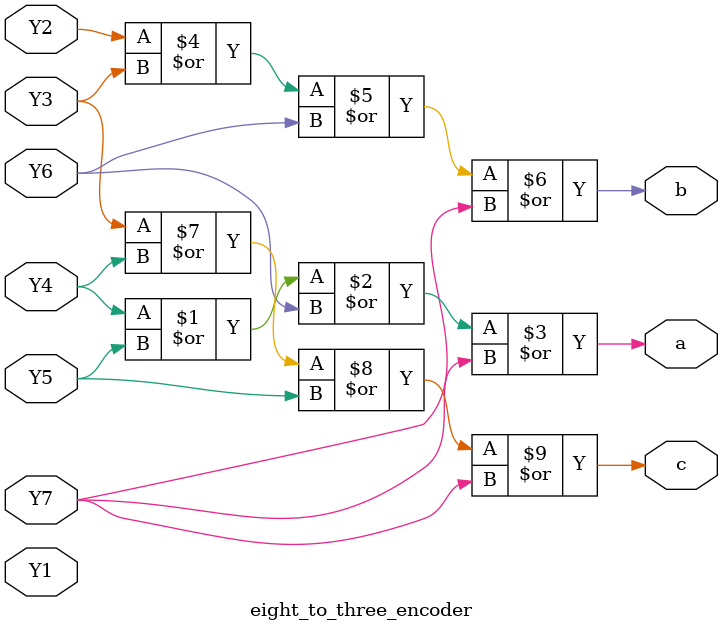
<source format=v>
module eight_to_three_encoder (a,b,c,Y1,Y2,Y3,Y4,Y5,Y6,Y7);
input Y1,Y2,Y3,Y4,Y5,Y6,Y7;
output a,b,c;
or(a,Y4,Y5,Y6,Y7) ;  
or(b,Y2,Y3,Y6,Y7) ;  
or(c,Y3,Y4,Y5,Y7) ;  
endmodule
</source>
